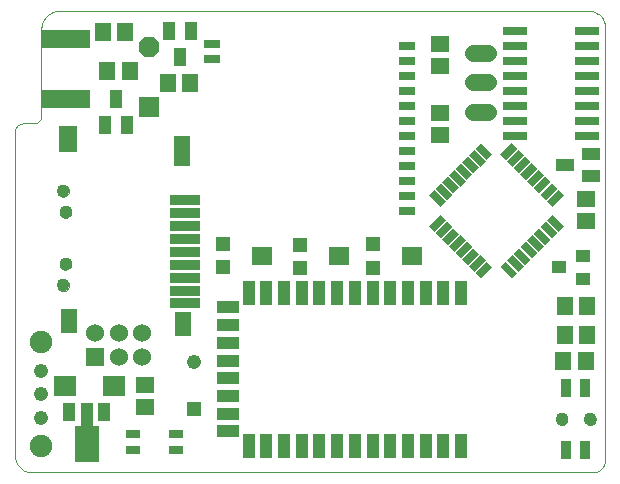
<source format=gbs>
G75*
%MOIN*%
%OFA0B0*%
%FSLAX24Y24*%
%IPPOS*%
%LPD*%
%AMOC8*
5,1,8,0,0,1.08239X$1,22.5*
%
%ADD10C,0.0000*%
%ADD11C,0.0476*%
%ADD12C,0.0749*%
%ADD13R,0.0690X0.0690*%
%ADD14OC8,0.0690*%
%ADD15R,0.0512X0.0316*%
%ADD16R,0.0571X0.0831*%
%ADD17R,0.0631X0.0855*%
%ADD18R,0.0571X0.0846*%
%ADD19R,0.1040X0.0335*%
%ADD20R,0.0571X0.1040*%
%ADD21C,0.0434*%
%ADD22C,0.0560*%
%ADD23R,0.0540X0.0290*%
%ADD24R,0.1640X0.0640*%
%ADD25R,0.0840X0.0300*%
%ADD26R,0.0552X0.0631*%
%ADD27R,0.0540X0.0260*%
%ADD28R,0.0260X0.0540*%
%ADD29R,0.0631X0.0552*%
%ADD30R,0.0591X0.0434*%
%ADD31R,0.0749X0.0709*%
%ADD32R,0.0390X0.0590*%
%ADD33R,0.0390X0.0790*%
%ADD34R,0.0827X0.1240*%
%ADD35R,0.0434X0.0591*%
%ADD36R,0.0360X0.0600*%
%ADD37R,0.0600X0.0600*%
%ADD38C,0.0600*%
%ADD39R,0.0476X0.0476*%
%ADD40R,0.0490X0.0440*%
%ADD41R,0.0434X0.0827*%
%ADD42R,0.0749X0.0434*%
%ADD43R,0.0670X0.0631*%
%ADD44R,0.0512X0.0512*%
D10*
X002038Y000854D02*
X002038Y011613D01*
X002039Y011613D02*
X002041Y011645D01*
X002046Y011676D01*
X002055Y011707D01*
X002067Y011737D01*
X002083Y011765D01*
X002101Y011791D01*
X002122Y011815D01*
X002146Y011836D01*
X002172Y011854D01*
X002200Y011870D01*
X002230Y011882D01*
X002261Y011891D01*
X002292Y011896D01*
X002324Y011898D01*
X002324Y011899D02*
X002659Y011899D01*
X002689Y011901D01*
X002718Y011906D01*
X002747Y011914D01*
X002774Y011925D01*
X002800Y011940D01*
X002824Y011957D01*
X002846Y011977D01*
X002866Y011999D01*
X002883Y012023D01*
X002898Y012049D01*
X002909Y012076D01*
X002917Y012105D01*
X002922Y012134D01*
X002924Y012164D01*
X002924Y015048D01*
X002926Y015095D01*
X002931Y015142D01*
X002941Y015189D01*
X002954Y015234D01*
X002970Y015279D01*
X002990Y015322D01*
X003013Y015363D01*
X003039Y015402D01*
X003068Y015440D01*
X003101Y015474D01*
X003135Y015507D01*
X003173Y015536D01*
X003212Y015562D01*
X003253Y015585D01*
X003296Y015605D01*
X003341Y015621D01*
X003386Y015634D01*
X003433Y015644D01*
X003480Y015649D01*
X003527Y015651D01*
X021161Y015651D01*
X021161Y015650D02*
X021207Y015648D01*
X021254Y015642D01*
X021299Y015633D01*
X021343Y015620D01*
X021387Y015603D01*
X021428Y015582D01*
X021468Y015558D01*
X021506Y015531D01*
X021542Y015501D01*
X021574Y015469D01*
X021604Y015433D01*
X021631Y015395D01*
X021655Y015355D01*
X021676Y015314D01*
X021693Y015270D01*
X021706Y015226D01*
X021715Y015181D01*
X021721Y015134D01*
X021723Y015088D01*
X021723Y000683D01*
X021721Y000644D01*
X021716Y000606D01*
X021707Y000569D01*
X021695Y000532D01*
X021679Y000497D01*
X021660Y000463D01*
X021639Y000431D01*
X021614Y000401D01*
X021587Y000374D01*
X021557Y000349D01*
X021525Y000328D01*
X021491Y000309D01*
X021456Y000293D01*
X021419Y000281D01*
X021382Y000272D01*
X021344Y000267D01*
X021305Y000265D01*
X002628Y000265D01*
X002582Y000267D01*
X002536Y000272D01*
X002491Y000281D01*
X002446Y000294D01*
X002403Y000310D01*
X002361Y000329D01*
X002320Y000352D01*
X002282Y000377D01*
X002245Y000406D01*
X002212Y000438D01*
X002180Y000471D01*
X002151Y000508D01*
X002126Y000546D01*
X002103Y000587D01*
X002084Y000629D01*
X002068Y000672D01*
X002055Y000717D01*
X002046Y000762D01*
X002041Y000808D01*
X002039Y000854D01*
X003456Y006501D02*
X003458Y006528D01*
X003464Y006555D01*
X003473Y006581D01*
X003486Y006605D01*
X003502Y006628D01*
X003521Y006647D01*
X003543Y006664D01*
X003567Y006678D01*
X003592Y006688D01*
X003619Y006695D01*
X003646Y006698D01*
X003674Y006697D01*
X003701Y006692D01*
X003727Y006684D01*
X003751Y006672D01*
X003774Y006656D01*
X003795Y006638D01*
X003812Y006617D01*
X003827Y006593D01*
X003838Y006568D01*
X003846Y006542D01*
X003850Y006515D01*
X003850Y006487D01*
X003846Y006460D01*
X003838Y006434D01*
X003827Y006409D01*
X003812Y006385D01*
X003795Y006364D01*
X003774Y006346D01*
X003752Y006330D01*
X003727Y006318D01*
X003701Y006310D01*
X003674Y006305D01*
X003646Y006304D01*
X003619Y006307D01*
X003592Y006314D01*
X003567Y006324D01*
X003543Y006338D01*
X003521Y006355D01*
X003502Y006374D01*
X003486Y006397D01*
X003473Y006421D01*
X003464Y006447D01*
X003458Y006474D01*
X003456Y006501D01*
X003532Y007222D02*
X003534Y007249D01*
X003540Y007276D01*
X003549Y007302D01*
X003562Y007326D01*
X003578Y007349D01*
X003597Y007368D01*
X003619Y007385D01*
X003643Y007399D01*
X003668Y007409D01*
X003695Y007416D01*
X003722Y007419D01*
X003750Y007418D01*
X003777Y007413D01*
X003803Y007405D01*
X003827Y007393D01*
X003850Y007377D01*
X003871Y007359D01*
X003888Y007338D01*
X003903Y007314D01*
X003914Y007289D01*
X003922Y007263D01*
X003926Y007236D01*
X003926Y007208D01*
X003922Y007181D01*
X003914Y007155D01*
X003903Y007130D01*
X003888Y007106D01*
X003871Y007085D01*
X003850Y007067D01*
X003828Y007051D01*
X003803Y007039D01*
X003777Y007031D01*
X003750Y007026D01*
X003722Y007025D01*
X003695Y007028D01*
X003668Y007035D01*
X003643Y007045D01*
X003619Y007059D01*
X003597Y007076D01*
X003578Y007095D01*
X003562Y007118D01*
X003549Y007142D01*
X003540Y007168D01*
X003534Y007195D01*
X003532Y007222D01*
X003532Y008954D02*
X003534Y008981D01*
X003540Y009008D01*
X003549Y009034D01*
X003562Y009058D01*
X003578Y009081D01*
X003597Y009100D01*
X003619Y009117D01*
X003643Y009131D01*
X003668Y009141D01*
X003695Y009148D01*
X003722Y009151D01*
X003750Y009150D01*
X003777Y009145D01*
X003803Y009137D01*
X003827Y009125D01*
X003850Y009109D01*
X003871Y009091D01*
X003888Y009070D01*
X003903Y009046D01*
X003914Y009021D01*
X003922Y008995D01*
X003926Y008968D01*
X003926Y008940D01*
X003922Y008913D01*
X003914Y008887D01*
X003903Y008862D01*
X003888Y008838D01*
X003871Y008817D01*
X003850Y008799D01*
X003828Y008783D01*
X003803Y008771D01*
X003777Y008763D01*
X003750Y008758D01*
X003722Y008757D01*
X003695Y008760D01*
X003668Y008767D01*
X003643Y008777D01*
X003619Y008791D01*
X003597Y008808D01*
X003578Y008827D01*
X003562Y008850D01*
X003549Y008874D01*
X003540Y008900D01*
X003534Y008927D01*
X003532Y008954D01*
X003456Y009655D02*
X003458Y009682D01*
X003464Y009709D01*
X003473Y009735D01*
X003486Y009759D01*
X003502Y009782D01*
X003521Y009801D01*
X003543Y009818D01*
X003567Y009832D01*
X003592Y009842D01*
X003619Y009849D01*
X003646Y009852D01*
X003674Y009851D01*
X003701Y009846D01*
X003727Y009838D01*
X003751Y009826D01*
X003774Y009810D01*
X003795Y009792D01*
X003812Y009771D01*
X003827Y009747D01*
X003838Y009722D01*
X003846Y009696D01*
X003850Y009669D01*
X003850Y009641D01*
X003846Y009614D01*
X003838Y009588D01*
X003827Y009563D01*
X003812Y009539D01*
X003795Y009518D01*
X003774Y009500D01*
X003752Y009484D01*
X003727Y009472D01*
X003701Y009464D01*
X003674Y009459D01*
X003646Y009458D01*
X003619Y009461D01*
X003592Y009468D01*
X003567Y009478D01*
X003543Y009492D01*
X003521Y009509D01*
X003502Y009528D01*
X003486Y009551D01*
X003473Y009575D01*
X003464Y009601D01*
X003458Y009628D01*
X003456Y009655D01*
X020066Y002045D02*
X020068Y002072D01*
X020074Y002099D01*
X020083Y002125D01*
X020096Y002149D01*
X020112Y002172D01*
X020131Y002191D01*
X020153Y002208D01*
X020177Y002222D01*
X020202Y002232D01*
X020229Y002239D01*
X020256Y002242D01*
X020284Y002241D01*
X020311Y002236D01*
X020337Y002228D01*
X020361Y002216D01*
X020384Y002200D01*
X020405Y002182D01*
X020422Y002161D01*
X020437Y002137D01*
X020448Y002112D01*
X020456Y002086D01*
X020460Y002059D01*
X020460Y002031D01*
X020456Y002004D01*
X020448Y001978D01*
X020437Y001953D01*
X020422Y001929D01*
X020405Y001908D01*
X020384Y001890D01*
X020362Y001874D01*
X020337Y001862D01*
X020311Y001854D01*
X020284Y001849D01*
X020256Y001848D01*
X020229Y001851D01*
X020202Y001858D01*
X020177Y001868D01*
X020153Y001882D01*
X020131Y001899D01*
X020112Y001918D01*
X020096Y001941D01*
X020083Y001965D01*
X020074Y001991D01*
X020068Y002018D01*
X020066Y002045D01*
X021011Y002045D02*
X021013Y002072D01*
X021019Y002099D01*
X021028Y002125D01*
X021041Y002149D01*
X021057Y002172D01*
X021076Y002191D01*
X021098Y002208D01*
X021122Y002222D01*
X021147Y002232D01*
X021174Y002239D01*
X021201Y002242D01*
X021229Y002241D01*
X021256Y002236D01*
X021282Y002228D01*
X021306Y002216D01*
X021329Y002200D01*
X021350Y002182D01*
X021367Y002161D01*
X021382Y002137D01*
X021393Y002112D01*
X021401Y002086D01*
X021405Y002059D01*
X021405Y002031D01*
X021401Y002004D01*
X021393Y001978D01*
X021382Y001953D01*
X021367Y001929D01*
X021350Y001908D01*
X021329Y001890D01*
X021307Y001874D01*
X021282Y001862D01*
X021256Y001854D01*
X021229Y001849D01*
X021201Y001848D01*
X021174Y001851D01*
X021147Y001858D01*
X021122Y001868D01*
X021098Y001882D01*
X021076Y001899D01*
X021057Y001918D01*
X021041Y001941D01*
X021028Y001965D01*
X021019Y001991D01*
X021013Y002018D01*
X021011Y002045D01*
D11*
X007999Y003950D03*
X002912Y003655D03*
X002912Y002867D03*
X002912Y002080D03*
D12*
X002912Y001135D03*
X002912Y004600D03*
D13*
X006527Y012438D03*
D14*
X006527Y014438D03*
D15*
X005979Y001552D03*
X005979Y001001D03*
X007397Y001001D03*
X007397Y001552D03*
D16*
X007658Y005205D03*
D17*
X003824Y011383D03*
D18*
X003857Y005330D03*
D19*
X007703Y005899D03*
X007703Y006312D03*
X007703Y006745D03*
X007703Y007178D03*
X007703Y007611D03*
X007703Y008045D03*
X007703Y008478D03*
X007703Y008911D03*
X007703Y009344D03*
D20*
X007625Y010989D03*
D21*
X003653Y009655D03*
X003729Y008954D03*
X003729Y007222D03*
X003653Y006501D03*
X020263Y002045D03*
X021208Y002045D03*
D22*
X017825Y012280D02*
X017305Y012280D01*
X017305Y013265D02*
X017825Y013265D01*
X017825Y014249D02*
X017305Y014249D01*
D23*
X015125Y014478D03*
X015125Y013978D03*
X015125Y013478D03*
X015125Y012978D03*
X015125Y012478D03*
X015125Y011978D03*
X015125Y011478D03*
X015125Y010978D03*
X015125Y010478D03*
X015125Y009978D03*
X015125Y009478D03*
X015125Y008978D03*
X008625Y014033D03*
X008625Y014533D03*
D24*
X003751Y014706D03*
X003751Y012706D03*
D25*
X018706Y012472D03*
X018706Y012972D03*
X018706Y013472D03*
X018706Y013972D03*
X018706Y014472D03*
X018706Y014972D03*
X021126Y014972D03*
X021126Y014472D03*
X021126Y013972D03*
X021126Y013472D03*
X021126Y012972D03*
X021126Y012472D03*
X021126Y011972D03*
X021126Y011472D03*
X018706Y011472D03*
X018706Y011972D03*
D26*
X020365Y005804D03*
X021113Y005804D03*
X021121Y004840D03*
X020373Y004840D03*
X020326Y003970D03*
X021074Y003970D03*
X007889Y013253D03*
X007141Y013253D03*
X005869Y013631D03*
X005121Y013631D03*
X004979Y014938D03*
X005727Y014938D03*
D27*
G36*
X016214Y009122D02*
X015834Y009502D01*
X016018Y009686D01*
X016398Y009306D01*
X016214Y009122D01*
G37*
G36*
X016437Y009345D02*
X016057Y009725D01*
X016241Y009909D01*
X016621Y009529D01*
X016437Y009345D01*
G37*
G36*
X016660Y009568D02*
X016280Y009948D01*
X016464Y010132D01*
X016844Y009752D01*
X016660Y009568D01*
G37*
G36*
X016882Y009791D02*
X016502Y010171D01*
X016686Y010355D01*
X017066Y009975D01*
X016882Y009791D01*
G37*
G36*
X017105Y010013D02*
X016725Y010393D01*
X016909Y010577D01*
X017289Y010197D01*
X017105Y010013D01*
G37*
G36*
X017328Y010236D02*
X016948Y010616D01*
X017132Y010800D01*
X017512Y010420D01*
X017328Y010236D01*
G37*
G36*
X017550Y010459D02*
X017170Y010839D01*
X017354Y011023D01*
X017734Y010643D01*
X017550Y010459D01*
G37*
G36*
X017773Y010681D02*
X017393Y011061D01*
X017577Y011245D01*
X017957Y010865D01*
X017773Y010681D01*
G37*
G36*
X020163Y008291D02*
X019783Y008671D01*
X019967Y008855D01*
X020347Y008475D01*
X020163Y008291D01*
G37*
G36*
X019941Y008069D02*
X019561Y008449D01*
X019745Y008633D01*
X020125Y008253D01*
X019941Y008069D01*
G37*
G36*
X019718Y007846D02*
X019338Y008226D01*
X019522Y008410D01*
X019902Y008030D01*
X019718Y007846D01*
G37*
G36*
X019495Y007623D02*
X019115Y008003D01*
X019299Y008187D01*
X019679Y007807D01*
X019495Y007623D01*
G37*
G36*
X019272Y007401D02*
X018892Y007781D01*
X019076Y007965D01*
X019456Y007585D01*
X019272Y007401D01*
G37*
G36*
X019050Y007178D02*
X018670Y007558D01*
X018854Y007742D01*
X019234Y007362D01*
X019050Y007178D01*
G37*
G36*
X018827Y006955D02*
X018447Y007335D01*
X018631Y007519D01*
X019011Y007139D01*
X018827Y006955D01*
G37*
G36*
X018604Y006732D02*
X018224Y007112D01*
X018408Y007296D01*
X018788Y006916D01*
X018604Y006732D01*
G37*
D28*
G36*
X017577Y006732D02*
X017393Y006916D01*
X017773Y007296D01*
X017957Y007112D01*
X017577Y006732D01*
G37*
G36*
X017354Y006955D02*
X017170Y007139D01*
X017550Y007519D01*
X017734Y007335D01*
X017354Y006955D01*
G37*
G36*
X017132Y007178D02*
X016948Y007362D01*
X017328Y007742D01*
X017512Y007558D01*
X017132Y007178D01*
G37*
G36*
X016909Y007401D02*
X016725Y007585D01*
X017105Y007965D01*
X017289Y007781D01*
X016909Y007401D01*
G37*
G36*
X016686Y007623D02*
X016502Y007807D01*
X016882Y008187D01*
X017066Y008003D01*
X016686Y007623D01*
G37*
G36*
X016464Y007846D02*
X016280Y008030D01*
X016660Y008410D01*
X016844Y008226D01*
X016464Y007846D01*
G37*
G36*
X016241Y008069D02*
X016057Y008253D01*
X016437Y008633D01*
X016621Y008449D01*
X016241Y008069D01*
G37*
G36*
X016018Y008291D02*
X015834Y008475D01*
X016214Y008855D01*
X016398Y008671D01*
X016018Y008291D01*
G37*
G36*
X018854Y010236D02*
X018670Y010420D01*
X019050Y010800D01*
X019234Y010616D01*
X018854Y010236D01*
G37*
G36*
X019076Y010013D02*
X018892Y010197D01*
X019272Y010577D01*
X019456Y010393D01*
X019076Y010013D01*
G37*
G36*
X019299Y009791D02*
X019115Y009975D01*
X019495Y010355D01*
X019679Y010171D01*
X019299Y009791D01*
G37*
G36*
X019522Y009568D02*
X019338Y009752D01*
X019718Y010132D01*
X019902Y009948D01*
X019522Y009568D01*
G37*
G36*
X019745Y009345D02*
X019561Y009529D01*
X019941Y009909D01*
X020125Y009725D01*
X019745Y009345D01*
G37*
G36*
X019967Y009122D02*
X019783Y009306D01*
X020163Y009686D01*
X020347Y009502D01*
X019967Y009122D01*
G37*
G36*
X018631Y010459D02*
X018447Y010643D01*
X018827Y011023D01*
X019011Y010839D01*
X018631Y010459D01*
G37*
G36*
X018408Y010681D02*
X018224Y010865D01*
X018604Y011245D01*
X018788Y011061D01*
X018408Y010681D01*
G37*
D29*
X016223Y011501D03*
X016223Y012249D03*
X016196Y013812D03*
X016196Y014560D03*
X021082Y009391D03*
X021082Y008643D03*
X006365Y003182D03*
X006365Y002434D03*
D30*
X020381Y010521D03*
X021247Y010895D03*
X021247Y010147D03*
D31*
X005330Y003131D03*
X003716Y003131D03*
D32*
X003842Y002269D03*
X005023Y002269D03*
D33*
X004432Y002190D03*
D34*
X004432Y001230D03*
D35*
X005046Y011856D03*
X005794Y011856D03*
X005420Y012722D03*
X007550Y014104D03*
X007176Y014970D03*
X007924Y014970D03*
D36*
X020420Y003068D03*
X021050Y003068D03*
X021050Y001021D03*
X020420Y001021D03*
D37*
X004716Y004115D03*
D38*
X005503Y004115D03*
X006290Y004115D03*
X006290Y004903D03*
X005503Y004903D03*
X004716Y004903D03*
D39*
X007999Y002375D03*
D40*
X020174Y007100D03*
X020974Y007474D03*
X020974Y006726D03*
D41*
X016916Y006257D03*
X016326Y006257D03*
X015735Y006257D03*
X015145Y006257D03*
X014554Y006257D03*
X013964Y006257D03*
X013373Y006257D03*
X012782Y006257D03*
X012192Y006257D03*
X011601Y006257D03*
X011011Y006257D03*
X010420Y006257D03*
X009830Y006257D03*
X009830Y001139D03*
X010420Y001139D03*
X011011Y001139D03*
X011601Y001139D03*
X012192Y001139D03*
X012782Y001139D03*
X013373Y001139D03*
X013964Y001139D03*
X014554Y001139D03*
X015145Y001139D03*
X015735Y001139D03*
X016326Y001139D03*
X016916Y001139D03*
D42*
X009141Y001631D03*
X009141Y002222D03*
X009141Y002812D03*
X009141Y003403D03*
X009141Y003993D03*
X009141Y004584D03*
X009141Y005174D03*
X009141Y005765D03*
D43*
X010275Y007493D03*
X012838Y007470D03*
X015282Y007474D03*
D44*
X013973Y007867D03*
X013973Y007080D03*
X011529Y007076D03*
X011529Y007863D03*
X008966Y007887D03*
X008966Y007100D03*
M02*

</source>
